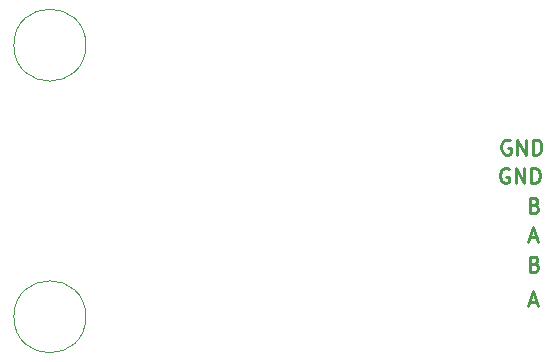
<source format=gto>
G04 #@! TF.GenerationSoftware,KiCad,Pcbnew,(6.0.0-rc1-387-g70841c6393)*
G04 #@! TF.CreationDate,2022-03-02T22:10:33+08:00*
G04 #@! TF.ProjectId,uw-rs485_hat,75772d72-7334-4383-955f-6861742e6b69,rev?*
G04 #@! TF.SameCoordinates,Original*
G04 #@! TF.FileFunction,Legend,Top*
G04 #@! TF.FilePolarity,Positive*
%FSLAX46Y46*%
G04 Gerber Fmt 4.6, Leading zero omitted, Abs format (unit mm)*
G04 Created by KiCad (PCBNEW (6.0.0-rc1-387-g70841c6393)) date 2022-03-02 22:10:33*
%MOMM*%
%LPD*%
G01*
G04 APERTURE LIST*
%ADD10C,0.254000*%
%ADD11C,0.101600*%
G04 APERTURE END LIST*
D10*
X69940714Y-143800285D02*
X70122142Y-143860761D01*
X70182619Y-143921238D01*
X70243095Y-144042190D01*
X70243095Y-144223619D01*
X70182619Y-144344571D01*
X70122142Y-144405047D01*
X70001190Y-144465523D01*
X69517380Y-144465523D01*
X69517380Y-143195523D01*
X69940714Y-143195523D01*
X70061666Y-143256000D01*
X70122142Y-143316476D01*
X70182619Y-143437428D01*
X70182619Y-143558380D01*
X70122142Y-143679333D01*
X70061666Y-143739809D01*
X69940714Y-143800285D01*
X69517380Y-143800285D01*
X67739380Y-135763000D02*
X67618428Y-135702523D01*
X67437000Y-135702523D01*
X67255571Y-135763000D01*
X67134619Y-135883952D01*
X67074142Y-136004904D01*
X67013666Y-136246809D01*
X67013666Y-136428238D01*
X67074142Y-136670142D01*
X67134619Y-136791095D01*
X67255571Y-136912047D01*
X67437000Y-136972523D01*
X67557952Y-136972523D01*
X67739380Y-136912047D01*
X67799857Y-136851571D01*
X67799857Y-136428238D01*
X67557952Y-136428238D01*
X68344142Y-136972523D02*
X68344142Y-135702523D01*
X69069857Y-136972523D01*
X69069857Y-135702523D01*
X69674619Y-136972523D02*
X69674619Y-135702523D01*
X69977000Y-135702523D01*
X70158428Y-135763000D01*
X70279380Y-135883952D01*
X70339857Y-136004904D01*
X70400333Y-136246809D01*
X70400333Y-136428238D01*
X70339857Y-136670142D01*
X70279380Y-136791095D01*
X70158428Y-136912047D01*
X69977000Y-136972523D01*
X69674619Y-136972523D01*
X67866380Y-133350000D02*
X67745428Y-133289523D01*
X67564000Y-133289523D01*
X67382571Y-133350000D01*
X67261619Y-133470952D01*
X67201142Y-133591904D01*
X67140666Y-133833809D01*
X67140666Y-134015238D01*
X67201142Y-134257142D01*
X67261619Y-134378095D01*
X67382571Y-134499047D01*
X67564000Y-134559523D01*
X67684952Y-134559523D01*
X67866380Y-134499047D01*
X67926857Y-134438571D01*
X67926857Y-134015238D01*
X67684952Y-134015238D01*
X68471142Y-134559523D02*
X68471142Y-133289523D01*
X69196857Y-134559523D01*
X69196857Y-133289523D01*
X69801619Y-134559523D02*
X69801619Y-133289523D01*
X70104000Y-133289523D01*
X70285428Y-133350000D01*
X70406380Y-133470952D01*
X70466857Y-133591904D01*
X70527333Y-133833809D01*
X70527333Y-134015238D01*
X70466857Y-134257142D01*
X70406380Y-134378095D01*
X70285428Y-134499047D01*
X70104000Y-134559523D01*
X69801619Y-134559523D01*
X69547619Y-147023666D02*
X70152380Y-147023666D01*
X69426666Y-147386523D02*
X69850000Y-146116523D01*
X70273333Y-147386523D01*
X69547619Y-141562666D02*
X70152380Y-141562666D01*
X69426666Y-141925523D02*
X69850000Y-140655523D01*
X70273333Y-141925523D01*
X69940714Y-138847285D02*
X70122142Y-138907761D01*
X70182619Y-138968238D01*
X70243095Y-139089190D01*
X70243095Y-139270619D01*
X70182619Y-139391571D01*
X70122142Y-139452047D01*
X70001190Y-139512523D01*
X69517380Y-139512523D01*
X69517380Y-138242523D01*
X69940714Y-138242523D01*
X70061666Y-138303000D01*
X70122142Y-138363476D01*
X70182619Y-138484428D01*
X70182619Y-138605380D01*
X70122142Y-138726333D01*
X70061666Y-138786809D01*
X69940714Y-138847285D01*
X69517380Y-138847285D01*
D11*
G04 #@! TO.C,MH1*
X31953200Y-125298200D02*
G75*
G03*
X31953200Y-125298200I-3048000J0D01*
G01*
G04 #@! TO.C,MH2*
X31953200Y-148298200D02*
G75*
G03*
X31953200Y-148298200I-3048000J0D01*
G01*
G04 #@! TD*
M02*

</source>
